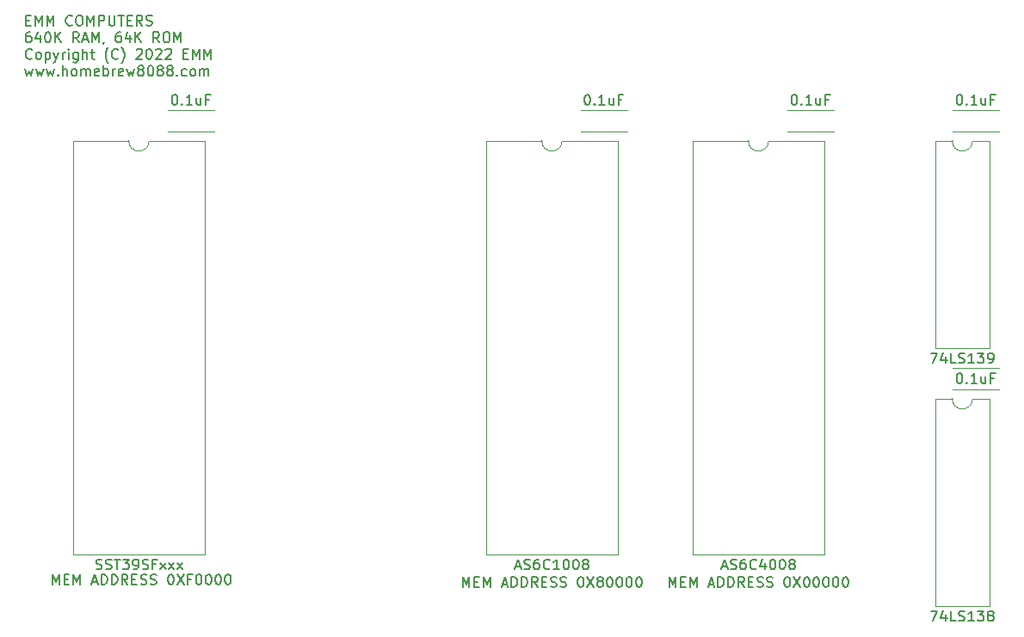
<source format=gbr>
G04 #@! TF.GenerationSoftware,KiCad,Pcbnew,(5.1.8)-1*
G04 #@! TF.CreationDate,2022-10-19T08:29:44-06:00*
G04 #@! TF.ProjectId,64k 640k,36346b20-3634-4306-9b2e-6b696361645f,rev?*
G04 #@! TF.SameCoordinates,Original*
G04 #@! TF.FileFunction,Legend,Top*
G04 #@! TF.FilePolarity,Positive*
%FSLAX46Y46*%
G04 Gerber Fmt 4.6, Leading zero omitted, Abs format (unit mm)*
G04 Created by KiCad (PCBNEW (5.1.8)-1) date 2022-10-19 08:29:44*
%MOMM*%
%LPD*%
G01*
G04 APERTURE LIST*
%ADD10C,0.150000*%
%ADD11C,0.120000*%
G04 APERTURE END LIST*
D10*
X126334665Y-116504980D02*
X126334665Y-115504980D01*
X126667999Y-116219266D01*
X127001332Y-115504980D01*
X127001332Y-116504980D01*
X127477522Y-115981171D02*
X127810856Y-115981171D01*
X127953713Y-116504980D02*
X127477522Y-116504980D01*
X127477522Y-115504980D01*
X127953713Y-115504980D01*
X128382284Y-116504980D02*
X128382284Y-115504980D01*
X128715618Y-116219266D01*
X129048951Y-115504980D01*
X129048951Y-116504980D01*
X130239427Y-116219266D02*
X130715618Y-116219266D01*
X130144189Y-116504980D02*
X130477522Y-115504980D01*
X130810856Y-116504980D01*
X131144189Y-116504980D02*
X131144189Y-115504980D01*
X131382284Y-115504980D01*
X131525141Y-115552600D01*
X131620380Y-115647838D01*
X131667999Y-115743076D01*
X131715618Y-115933552D01*
X131715618Y-116076409D01*
X131667999Y-116266885D01*
X131620380Y-116362123D01*
X131525141Y-116457361D01*
X131382284Y-116504980D01*
X131144189Y-116504980D01*
X132144189Y-116504980D02*
X132144189Y-115504980D01*
X132382284Y-115504980D01*
X132525141Y-115552600D01*
X132620380Y-115647838D01*
X132667999Y-115743076D01*
X132715618Y-115933552D01*
X132715618Y-116076409D01*
X132667999Y-116266885D01*
X132620380Y-116362123D01*
X132525141Y-116457361D01*
X132382284Y-116504980D01*
X132144189Y-116504980D01*
X133715618Y-116504980D02*
X133382284Y-116028790D01*
X133144189Y-116504980D02*
X133144189Y-115504980D01*
X133525141Y-115504980D01*
X133620380Y-115552600D01*
X133667999Y-115600219D01*
X133715618Y-115695457D01*
X133715618Y-115838314D01*
X133667999Y-115933552D01*
X133620380Y-115981171D01*
X133525141Y-116028790D01*
X133144189Y-116028790D01*
X134144189Y-115981171D02*
X134477522Y-115981171D01*
X134620380Y-116504980D02*
X134144189Y-116504980D01*
X134144189Y-115504980D01*
X134620380Y-115504980D01*
X135001332Y-116457361D02*
X135144189Y-116504980D01*
X135382284Y-116504980D01*
X135477522Y-116457361D01*
X135525141Y-116409742D01*
X135572760Y-116314504D01*
X135572760Y-116219266D01*
X135525141Y-116124028D01*
X135477522Y-116076409D01*
X135382284Y-116028790D01*
X135191808Y-115981171D01*
X135096570Y-115933552D01*
X135048951Y-115885933D01*
X135001332Y-115790695D01*
X135001332Y-115695457D01*
X135048951Y-115600219D01*
X135096570Y-115552600D01*
X135191808Y-115504980D01*
X135429903Y-115504980D01*
X135572760Y-115552600D01*
X135953713Y-116457361D02*
X136096570Y-116504980D01*
X136334665Y-116504980D01*
X136429903Y-116457361D01*
X136477522Y-116409742D01*
X136525141Y-116314504D01*
X136525141Y-116219266D01*
X136477522Y-116124028D01*
X136429903Y-116076409D01*
X136334665Y-116028790D01*
X136144189Y-115981171D01*
X136048951Y-115933552D01*
X136001332Y-115885933D01*
X135953713Y-115790695D01*
X135953713Y-115695457D01*
X136001332Y-115600219D01*
X136048951Y-115552600D01*
X136144189Y-115504980D01*
X136382284Y-115504980D01*
X136525141Y-115552600D01*
X137906094Y-115504980D02*
X138001332Y-115504980D01*
X138096570Y-115552600D01*
X138144189Y-115600219D01*
X138191808Y-115695457D01*
X138239427Y-115885933D01*
X138239427Y-116124028D01*
X138191808Y-116314504D01*
X138144189Y-116409742D01*
X138096570Y-116457361D01*
X138001332Y-116504980D01*
X137906094Y-116504980D01*
X137810856Y-116457361D01*
X137763237Y-116409742D01*
X137715618Y-116314504D01*
X137667999Y-116124028D01*
X137667999Y-115885933D01*
X137715618Y-115695457D01*
X137763237Y-115600219D01*
X137810856Y-115552600D01*
X137906094Y-115504980D01*
X138572760Y-115504980D02*
X139239427Y-116504980D01*
X139239427Y-115504980D02*
X138572760Y-116504980D01*
X139763237Y-115933552D02*
X139667999Y-115885933D01*
X139620380Y-115838314D01*
X139572760Y-115743076D01*
X139572760Y-115695457D01*
X139620380Y-115600219D01*
X139667999Y-115552600D01*
X139763237Y-115504980D01*
X139953713Y-115504980D01*
X140048951Y-115552600D01*
X140096570Y-115600219D01*
X140144189Y-115695457D01*
X140144189Y-115743076D01*
X140096570Y-115838314D01*
X140048951Y-115885933D01*
X139953713Y-115933552D01*
X139763237Y-115933552D01*
X139667999Y-115981171D01*
X139620380Y-116028790D01*
X139572760Y-116124028D01*
X139572760Y-116314504D01*
X139620380Y-116409742D01*
X139667999Y-116457361D01*
X139763237Y-116504980D01*
X139953713Y-116504980D01*
X140048951Y-116457361D01*
X140096570Y-116409742D01*
X140144189Y-116314504D01*
X140144189Y-116124028D01*
X140096570Y-116028790D01*
X140048951Y-115981171D01*
X139953713Y-115933552D01*
X140763237Y-115504980D02*
X140858475Y-115504980D01*
X140953713Y-115552600D01*
X141001332Y-115600219D01*
X141048951Y-115695457D01*
X141096570Y-115885933D01*
X141096570Y-116124028D01*
X141048951Y-116314504D01*
X141001332Y-116409742D01*
X140953713Y-116457361D01*
X140858475Y-116504980D01*
X140763237Y-116504980D01*
X140667999Y-116457361D01*
X140620380Y-116409742D01*
X140572760Y-116314504D01*
X140525141Y-116124028D01*
X140525141Y-115885933D01*
X140572760Y-115695457D01*
X140620380Y-115600219D01*
X140667999Y-115552600D01*
X140763237Y-115504980D01*
X141715618Y-115504980D02*
X141810856Y-115504980D01*
X141906094Y-115552600D01*
X141953713Y-115600219D01*
X142001332Y-115695457D01*
X142048951Y-115885933D01*
X142048951Y-116124028D01*
X142001332Y-116314504D01*
X141953713Y-116409742D01*
X141906094Y-116457361D01*
X141810856Y-116504980D01*
X141715618Y-116504980D01*
X141620380Y-116457361D01*
X141572760Y-116409742D01*
X141525141Y-116314504D01*
X141477522Y-116124028D01*
X141477522Y-115885933D01*
X141525141Y-115695457D01*
X141572760Y-115600219D01*
X141620380Y-115552600D01*
X141715618Y-115504980D01*
X142667999Y-115504980D02*
X142763237Y-115504980D01*
X142858475Y-115552600D01*
X142906094Y-115600219D01*
X142953713Y-115695457D01*
X143001332Y-115885933D01*
X143001332Y-116124028D01*
X142953713Y-116314504D01*
X142906094Y-116409742D01*
X142858475Y-116457361D01*
X142763237Y-116504980D01*
X142667999Y-116504980D01*
X142572760Y-116457361D01*
X142525141Y-116409742D01*
X142477522Y-116314504D01*
X142429903Y-116124028D01*
X142429903Y-115885933D01*
X142477522Y-115695457D01*
X142525141Y-115600219D01*
X142572760Y-115552600D01*
X142667999Y-115504980D01*
X143620380Y-115504980D02*
X143715618Y-115504980D01*
X143810856Y-115552600D01*
X143858475Y-115600219D01*
X143906094Y-115695457D01*
X143953713Y-115885933D01*
X143953713Y-116124028D01*
X143906094Y-116314504D01*
X143858475Y-116409742D01*
X143810856Y-116457361D01*
X143715618Y-116504980D01*
X143620380Y-116504980D01*
X143525141Y-116457361D01*
X143477522Y-116409742D01*
X143429903Y-116314504D01*
X143382284Y-116124028D01*
X143382284Y-115885933D01*
X143429903Y-115695457D01*
X143477522Y-115600219D01*
X143525141Y-115552600D01*
X143620380Y-115504980D01*
X146654665Y-116504980D02*
X146654665Y-115504980D01*
X146987999Y-116219266D01*
X147321332Y-115504980D01*
X147321332Y-116504980D01*
X147797522Y-115981171D02*
X148130856Y-115981171D01*
X148273713Y-116504980D02*
X147797522Y-116504980D01*
X147797522Y-115504980D01*
X148273713Y-115504980D01*
X148702284Y-116504980D02*
X148702284Y-115504980D01*
X149035618Y-116219266D01*
X149368951Y-115504980D01*
X149368951Y-116504980D01*
X150559427Y-116219266D02*
X151035618Y-116219266D01*
X150464189Y-116504980D02*
X150797522Y-115504980D01*
X151130856Y-116504980D01*
X151464189Y-116504980D02*
X151464189Y-115504980D01*
X151702284Y-115504980D01*
X151845141Y-115552600D01*
X151940380Y-115647838D01*
X151987999Y-115743076D01*
X152035618Y-115933552D01*
X152035618Y-116076409D01*
X151987999Y-116266885D01*
X151940380Y-116362123D01*
X151845141Y-116457361D01*
X151702284Y-116504980D01*
X151464189Y-116504980D01*
X152464189Y-116504980D02*
X152464189Y-115504980D01*
X152702284Y-115504980D01*
X152845141Y-115552600D01*
X152940380Y-115647838D01*
X152987999Y-115743076D01*
X153035618Y-115933552D01*
X153035618Y-116076409D01*
X152987999Y-116266885D01*
X152940380Y-116362123D01*
X152845141Y-116457361D01*
X152702284Y-116504980D01*
X152464189Y-116504980D01*
X154035618Y-116504980D02*
X153702284Y-116028790D01*
X153464189Y-116504980D02*
X153464189Y-115504980D01*
X153845141Y-115504980D01*
X153940380Y-115552600D01*
X153987999Y-115600219D01*
X154035618Y-115695457D01*
X154035618Y-115838314D01*
X153987999Y-115933552D01*
X153940380Y-115981171D01*
X153845141Y-116028790D01*
X153464189Y-116028790D01*
X154464189Y-115981171D02*
X154797522Y-115981171D01*
X154940380Y-116504980D02*
X154464189Y-116504980D01*
X154464189Y-115504980D01*
X154940380Y-115504980D01*
X155321332Y-116457361D02*
X155464189Y-116504980D01*
X155702284Y-116504980D01*
X155797522Y-116457361D01*
X155845141Y-116409742D01*
X155892760Y-116314504D01*
X155892760Y-116219266D01*
X155845141Y-116124028D01*
X155797522Y-116076409D01*
X155702284Y-116028790D01*
X155511808Y-115981171D01*
X155416570Y-115933552D01*
X155368951Y-115885933D01*
X155321332Y-115790695D01*
X155321332Y-115695457D01*
X155368951Y-115600219D01*
X155416570Y-115552600D01*
X155511808Y-115504980D01*
X155749903Y-115504980D01*
X155892760Y-115552600D01*
X156273713Y-116457361D02*
X156416570Y-116504980D01*
X156654665Y-116504980D01*
X156749903Y-116457361D01*
X156797522Y-116409742D01*
X156845141Y-116314504D01*
X156845141Y-116219266D01*
X156797522Y-116124028D01*
X156749903Y-116076409D01*
X156654665Y-116028790D01*
X156464189Y-115981171D01*
X156368951Y-115933552D01*
X156321332Y-115885933D01*
X156273713Y-115790695D01*
X156273713Y-115695457D01*
X156321332Y-115600219D01*
X156368951Y-115552600D01*
X156464189Y-115504980D01*
X156702284Y-115504980D01*
X156845141Y-115552600D01*
X158226094Y-115504980D02*
X158321332Y-115504980D01*
X158416570Y-115552600D01*
X158464189Y-115600219D01*
X158511808Y-115695457D01*
X158559427Y-115885933D01*
X158559427Y-116124028D01*
X158511808Y-116314504D01*
X158464189Y-116409742D01*
X158416570Y-116457361D01*
X158321332Y-116504980D01*
X158226094Y-116504980D01*
X158130856Y-116457361D01*
X158083237Y-116409742D01*
X158035618Y-116314504D01*
X157987999Y-116124028D01*
X157987999Y-115885933D01*
X158035618Y-115695457D01*
X158083237Y-115600219D01*
X158130856Y-115552600D01*
X158226094Y-115504980D01*
X158892760Y-115504980D02*
X159559427Y-116504980D01*
X159559427Y-115504980D02*
X158892760Y-116504980D01*
X160130856Y-115504980D02*
X160226094Y-115504980D01*
X160321332Y-115552600D01*
X160368951Y-115600219D01*
X160416570Y-115695457D01*
X160464189Y-115885933D01*
X160464189Y-116124028D01*
X160416570Y-116314504D01*
X160368951Y-116409742D01*
X160321332Y-116457361D01*
X160226094Y-116504980D01*
X160130856Y-116504980D01*
X160035618Y-116457361D01*
X159987999Y-116409742D01*
X159940380Y-116314504D01*
X159892760Y-116124028D01*
X159892760Y-115885933D01*
X159940380Y-115695457D01*
X159987999Y-115600219D01*
X160035618Y-115552600D01*
X160130856Y-115504980D01*
X161083237Y-115504980D02*
X161178475Y-115504980D01*
X161273713Y-115552600D01*
X161321332Y-115600219D01*
X161368951Y-115695457D01*
X161416570Y-115885933D01*
X161416570Y-116124028D01*
X161368951Y-116314504D01*
X161321332Y-116409742D01*
X161273713Y-116457361D01*
X161178475Y-116504980D01*
X161083237Y-116504980D01*
X160987999Y-116457361D01*
X160940380Y-116409742D01*
X160892760Y-116314504D01*
X160845141Y-116124028D01*
X160845141Y-115885933D01*
X160892760Y-115695457D01*
X160940380Y-115600219D01*
X160987999Y-115552600D01*
X161083237Y-115504980D01*
X162035618Y-115504980D02*
X162130856Y-115504980D01*
X162226094Y-115552600D01*
X162273713Y-115600219D01*
X162321332Y-115695457D01*
X162368951Y-115885933D01*
X162368951Y-116124028D01*
X162321332Y-116314504D01*
X162273713Y-116409742D01*
X162226094Y-116457361D01*
X162130856Y-116504980D01*
X162035618Y-116504980D01*
X161940380Y-116457361D01*
X161892760Y-116409742D01*
X161845141Y-116314504D01*
X161797522Y-116124028D01*
X161797522Y-115885933D01*
X161845141Y-115695457D01*
X161892760Y-115600219D01*
X161940380Y-115552600D01*
X162035618Y-115504980D01*
X162987999Y-115504980D02*
X163083237Y-115504980D01*
X163178475Y-115552600D01*
X163226094Y-115600219D01*
X163273713Y-115695457D01*
X163321332Y-115885933D01*
X163321332Y-116124028D01*
X163273713Y-116314504D01*
X163226094Y-116409742D01*
X163178475Y-116457361D01*
X163083237Y-116504980D01*
X162987999Y-116504980D01*
X162892760Y-116457361D01*
X162845141Y-116409742D01*
X162797522Y-116314504D01*
X162749903Y-116124028D01*
X162749903Y-115885933D01*
X162797522Y-115695457D01*
X162845141Y-115600219D01*
X162892760Y-115552600D01*
X162987999Y-115504980D01*
X163940380Y-115504980D02*
X164035618Y-115504980D01*
X164130856Y-115552600D01*
X164178475Y-115600219D01*
X164226094Y-115695457D01*
X164273713Y-115885933D01*
X164273713Y-116124028D01*
X164226094Y-116314504D01*
X164178475Y-116409742D01*
X164130856Y-116457361D01*
X164035618Y-116504980D01*
X163940380Y-116504980D01*
X163845141Y-116457361D01*
X163797522Y-116409742D01*
X163749903Y-116314504D01*
X163702284Y-116124028D01*
X163702284Y-115885933D01*
X163749903Y-115695457D01*
X163797522Y-115600219D01*
X163845141Y-115552600D01*
X163940380Y-115504980D01*
X85996284Y-116250980D02*
X85996284Y-115250980D01*
X86329618Y-115965266D01*
X86662951Y-115250980D01*
X86662951Y-116250980D01*
X87139141Y-115727171D02*
X87472475Y-115727171D01*
X87615332Y-116250980D02*
X87139141Y-116250980D01*
X87139141Y-115250980D01*
X87615332Y-115250980D01*
X88043903Y-116250980D02*
X88043903Y-115250980D01*
X88377237Y-115965266D01*
X88710570Y-115250980D01*
X88710570Y-116250980D01*
X89901046Y-115965266D02*
X90377237Y-115965266D01*
X89805808Y-116250980D02*
X90139141Y-115250980D01*
X90472475Y-116250980D01*
X90805808Y-116250980D02*
X90805808Y-115250980D01*
X91043903Y-115250980D01*
X91186760Y-115298600D01*
X91281999Y-115393838D01*
X91329618Y-115489076D01*
X91377237Y-115679552D01*
X91377237Y-115822409D01*
X91329618Y-116012885D01*
X91281999Y-116108123D01*
X91186760Y-116203361D01*
X91043903Y-116250980D01*
X90805808Y-116250980D01*
X91805808Y-116250980D02*
X91805808Y-115250980D01*
X92043903Y-115250980D01*
X92186760Y-115298600D01*
X92281999Y-115393838D01*
X92329618Y-115489076D01*
X92377237Y-115679552D01*
X92377237Y-115822409D01*
X92329618Y-116012885D01*
X92281999Y-116108123D01*
X92186760Y-116203361D01*
X92043903Y-116250980D01*
X91805808Y-116250980D01*
X93377237Y-116250980D02*
X93043903Y-115774790D01*
X92805808Y-116250980D02*
X92805808Y-115250980D01*
X93186760Y-115250980D01*
X93281999Y-115298600D01*
X93329618Y-115346219D01*
X93377237Y-115441457D01*
X93377237Y-115584314D01*
X93329618Y-115679552D01*
X93281999Y-115727171D01*
X93186760Y-115774790D01*
X92805808Y-115774790D01*
X93805808Y-115727171D02*
X94139141Y-115727171D01*
X94281999Y-116250980D02*
X93805808Y-116250980D01*
X93805808Y-115250980D01*
X94281999Y-115250980D01*
X94662951Y-116203361D02*
X94805808Y-116250980D01*
X95043903Y-116250980D01*
X95139141Y-116203361D01*
X95186760Y-116155742D01*
X95234380Y-116060504D01*
X95234380Y-115965266D01*
X95186760Y-115870028D01*
X95139141Y-115822409D01*
X95043903Y-115774790D01*
X94853427Y-115727171D01*
X94758189Y-115679552D01*
X94710570Y-115631933D01*
X94662951Y-115536695D01*
X94662951Y-115441457D01*
X94710570Y-115346219D01*
X94758189Y-115298600D01*
X94853427Y-115250980D01*
X95091522Y-115250980D01*
X95234380Y-115298600D01*
X95615332Y-116203361D02*
X95758189Y-116250980D01*
X95996284Y-116250980D01*
X96091522Y-116203361D01*
X96139141Y-116155742D01*
X96186760Y-116060504D01*
X96186760Y-115965266D01*
X96139141Y-115870028D01*
X96091522Y-115822409D01*
X95996284Y-115774790D01*
X95805808Y-115727171D01*
X95710570Y-115679552D01*
X95662951Y-115631933D01*
X95615332Y-115536695D01*
X95615332Y-115441457D01*
X95662951Y-115346219D01*
X95710570Y-115298600D01*
X95805808Y-115250980D01*
X96043903Y-115250980D01*
X96186760Y-115298600D01*
X97567713Y-115250980D02*
X97662951Y-115250980D01*
X97758189Y-115298600D01*
X97805808Y-115346219D01*
X97853427Y-115441457D01*
X97901046Y-115631933D01*
X97901046Y-115870028D01*
X97853427Y-116060504D01*
X97805808Y-116155742D01*
X97758189Y-116203361D01*
X97662951Y-116250980D01*
X97567713Y-116250980D01*
X97472475Y-116203361D01*
X97424856Y-116155742D01*
X97377237Y-116060504D01*
X97329618Y-115870028D01*
X97329618Y-115631933D01*
X97377237Y-115441457D01*
X97424856Y-115346219D01*
X97472475Y-115298600D01*
X97567713Y-115250980D01*
X98234380Y-115250980D02*
X98901046Y-116250980D01*
X98901046Y-115250980D02*
X98234380Y-116250980D01*
X99615332Y-115727171D02*
X99281999Y-115727171D01*
X99281999Y-116250980D02*
X99281999Y-115250980D01*
X99758189Y-115250980D01*
X100329618Y-115250980D02*
X100424856Y-115250980D01*
X100520094Y-115298600D01*
X100567713Y-115346219D01*
X100615332Y-115441457D01*
X100662951Y-115631933D01*
X100662951Y-115870028D01*
X100615332Y-116060504D01*
X100567713Y-116155742D01*
X100520094Y-116203361D01*
X100424856Y-116250980D01*
X100329618Y-116250980D01*
X100234380Y-116203361D01*
X100186760Y-116155742D01*
X100139141Y-116060504D01*
X100091522Y-115870028D01*
X100091522Y-115631933D01*
X100139141Y-115441457D01*
X100186760Y-115346219D01*
X100234380Y-115298600D01*
X100329618Y-115250980D01*
X101281999Y-115250980D02*
X101377237Y-115250980D01*
X101472475Y-115298600D01*
X101520094Y-115346219D01*
X101567713Y-115441457D01*
X101615332Y-115631933D01*
X101615332Y-115870028D01*
X101567713Y-116060504D01*
X101520094Y-116155742D01*
X101472475Y-116203361D01*
X101377237Y-116250980D01*
X101281999Y-116250980D01*
X101186760Y-116203361D01*
X101139141Y-116155742D01*
X101091522Y-116060504D01*
X101043903Y-115870028D01*
X101043903Y-115631933D01*
X101091522Y-115441457D01*
X101139141Y-115346219D01*
X101186760Y-115298600D01*
X101281999Y-115250980D01*
X102234380Y-115250980D02*
X102329618Y-115250980D01*
X102424856Y-115298600D01*
X102472475Y-115346219D01*
X102520094Y-115441457D01*
X102567713Y-115631933D01*
X102567713Y-115870028D01*
X102520094Y-116060504D01*
X102472475Y-116155742D01*
X102424856Y-116203361D01*
X102329618Y-116250980D01*
X102234380Y-116250980D01*
X102139141Y-116203361D01*
X102091522Y-116155742D01*
X102043903Y-116060504D01*
X101996284Y-115870028D01*
X101996284Y-115631933D01*
X102043903Y-115441457D01*
X102091522Y-115346219D01*
X102139141Y-115298600D01*
X102234380Y-115250980D01*
X103186760Y-115250980D02*
X103281999Y-115250980D01*
X103377237Y-115298600D01*
X103424856Y-115346219D01*
X103472475Y-115441457D01*
X103520094Y-115631933D01*
X103520094Y-115870028D01*
X103472475Y-116060504D01*
X103424856Y-116155742D01*
X103377237Y-116203361D01*
X103281999Y-116250980D01*
X103186760Y-116250980D01*
X103091522Y-116203361D01*
X103043903Y-116155742D01*
X102996284Y-116060504D01*
X102948665Y-115870028D01*
X102948665Y-115631933D01*
X102996284Y-115441457D01*
X103043903Y-115346219D01*
X103091522Y-115298600D01*
X103186760Y-115250980D01*
X83385975Y-60674171D02*
X83719308Y-60674171D01*
X83862165Y-61197980D02*
X83385975Y-61197980D01*
X83385975Y-60197980D01*
X83862165Y-60197980D01*
X84290737Y-61197980D02*
X84290737Y-60197980D01*
X84624070Y-60912266D01*
X84957403Y-60197980D01*
X84957403Y-61197980D01*
X85433594Y-61197980D02*
X85433594Y-60197980D01*
X85766927Y-60912266D01*
X86100260Y-60197980D01*
X86100260Y-61197980D01*
X87909784Y-61102742D02*
X87862165Y-61150361D01*
X87719308Y-61197980D01*
X87624070Y-61197980D01*
X87481213Y-61150361D01*
X87385975Y-61055123D01*
X87338356Y-60959885D01*
X87290737Y-60769409D01*
X87290737Y-60626552D01*
X87338356Y-60436076D01*
X87385975Y-60340838D01*
X87481213Y-60245600D01*
X87624070Y-60197980D01*
X87719308Y-60197980D01*
X87862165Y-60245600D01*
X87909784Y-60293219D01*
X88528832Y-60197980D02*
X88719308Y-60197980D01*
X88814546Y-60245600D01*
X88909784Y-60340838D01*
X88957403Y-60531314D01*
X88957403Y-60864647D01*
X88909784Y-61055123D01*
X88814546Y-61150361D01*
X88719308Y-61197980D01*
X88528832Y-61197980D01*
X88433594Y-61150361D01*
X88338356Y-61055123D01*
X88290737Y-60864647D01*
X88290737Y-60531314D01*
X88338356Y-60340838D01*
X88433594Y-60245600D01*
X88528832Y-60197980D01*
X89385975Y-61197980D02*
X89385975Y-60197980D01*
X89719308Y-60912266D01*
X90052641Y-60197980D01*
X90052641Y-61197980D01*
X90528832Y-61197980D02*
X90528832Y-60197980D01*
X90909784Y-60197980D01*
X91005022Y-60245600D01*
X91052641Y-60293219D01*
X91100260Y-60388457D01*
X91100260Y-60531314D01*
X91052641Y-60626552D01*
X91005022Y-60674171D01*
X90909784Y-60721790D01*
X90528832Y-60721790D01*
X91528832Y-60197980D02*
X91528832Y-61007504D01*
X91576451Y-61102742D01*
X91624070Y-61150361D01*
X91719308Y-61197980D01*
X91909784Y-61197980D01*
X92005022Y-61150361D01*
X92052641Y-61102742D01*
X92100260Y-61007504D01*
X92100260Y-60197980D01*
X92433594Y-60197980D02*
X93005022Y-60197980D01*
X92719308Y-61197980D02*
X92719308Y-60197980D01*
X93338356Y-60674171D02*
X93671689Y-60674171D01*
X93814546Y-61197980D02*
X93338356Y-61197980D01*
X93338356Y-60197980D01*
X93814546Y-60197980D01*
X94814546Y-61197980D02*
X94481213Y-60721790D01*
X94243118Y-61197980D02*
X94243118Y-60197980D01*
X94624070Y-60197980D01*
X94719308Y-60245600D01*
X94766927Y-60293219D01*
X94814546Y-60388457D01*
X94814546Y-60531314D01*
X94766927Y-60626552D01*
X94719308Y-60674171D01*
X94624070Y-60721790D01*
X94243118Y-60721790D01*
X95195499Y-61150361D02*
X95338356Y-61197980D01*
X95576451Y-61197980D01*
X95671689Y-61150361D01*
X95719308Y-61102742D01*
X95766927Y-61007504D01*
X95766927Y-60912266D01*
X95719308Y-60817028D01*
X95671689Y-60769409D01*
X95576451Y-60721790D01*
X95385975Y-60674171D01*
X95290737Y-60626552D01*
X95243118Y-60578933D01*
X95195499Y-60483695D01*
X95195499Y-60388457D01*
X95243118Y-60293219D01*
X95290737Y-60245600D01*
X95385975Y-60197980D01*
X95624070Y-60197980D01*
X95766927Y-60245600D01*
X83814546Y-61847980D02*
X83624070Y-61847980D01*
X83528832Y-61895600D01*
X83481213Y-61943219D01*
X83385975Y-62086076D01*
X83338356Y-62276552D01*
X83338356Y-62657504D01*
X83385975Y-62752742D01*
X83433594Y-62800361D01*
X83528832Y-62847980D01*
X83719308Y-62847980D01*
X83814546Y-62800361D01*
X83862165Y-62752742D01*
X83909784Y-62657504D01*
X83909784Y-62419409D01*
X83862165Y-62324171D01*
X83814546Y-62276552D01*
X83719308Y-62228933D01*
X83528832Y-62228933D01*
X83433594Y-62276552D01*
X83385975Y-62324171D01*
X83338356Y-62419409D01*
X84766927Y-62181314D02*
X84766927Y-62847980D01*
X84528832Y-61800361D02*
X84290737Y-62514647D01*
X84909784Y-62514647D01*
X85481213Y-61847980D02*
X85576451Y-61847980D01*
X85671689Y-61895600D01*
X85719308Y-61943219D01*
X85766927Y-62038457D01*
X85814546Y-62228933D01*
X85814546Y-62467028D01*
X85766927Y-62657504D01*
X85719308Y-62752742D01*
X85671689Y-62800361D01*
X85576451Y-62847980D01*
X85481213Y-62847980D01*
X85385975Y-62800361D01*
X85338356Y-62752742D01*
X85290737Y-62657504D01*
X85243118Y-62467028D01*
X85243118Y-62228933D01*
X85290737Y-62038457D01*
X85338356Y-61943219D01*
X85385975Y-61895600D01*
X85481213Y-61847980D01*
X86243118Y-62847980D02*
X86243118Y-61847980D01*
X86814546Y-62847980D02*
X86385975Y-62276552D01*
X86814546Y-61847980D02*
X86243118Y-62419409D01*
X88576451Y-62847980D02*
X88243118Y-62371790D01*
X88005022Y-62847980D02*
X88005022Y-61847980D01*
X88385975Y-61847980D01*
X88481213Y-61895600D01*
X88528832Y-61943219D01*
X88576451Y-62038457D01*
X88576451Y-62181314D01*
X88528832Y-62276552D01*
X88481213Y-62324171D01*
X88385975Y-62371790D01*
X88005022Y-62371790D01*
X88957403Y-62562266D02*
X89433594Y-62562266D01*
X88862165Y-62847980D02*
X89195499Y-61847980D01*
X89528832Y-62847980D01*
X89862165Y-62847980D02*
X89862165Y-61847980D01*
X90195499Y-62562266D01*
X90528832Y-61847980D01*
X90528832Y-62847980D01*
X91052641Y-62800361D02*
X91052641Y-62847980D01*
X91005022Y-62943219D01*
X90957403Y-62990838D01*
X92671689Y-61847980D02*
X92481213Y-61847980D01*
X92385975Y-61895600D01*
X92338356Y-61943219D01*
X92243118Y-62086076D01*
X92195499Y-62276552D01*
X92195499Y-62657504D01*
X92243118Y-62752742D01*
X92290737Y-62800361D01*
X92385975Y-62847980D01*
X92576451Y-62847980D01*
X92671689Y-62800361D01*
X92719308Y-62752742D01*
X92766927Y-62657504D01*
X92766927Y-62419409D01*
X92719308Y-62324171D01*
X92671689Y-62276552D01*
X92576451Y-62228933D01*
X92385975Y-62228933D01*
X92290737Y-62276552D01*
X92243118Y-62324171D01*
X92195499Y-62419409D01*
X93624070Y-62181314D02*
X93624070Y-62847980D01*
X93385975Y-61800361D02*
X93147880Y-62514647D01*
X93766927Y-62514647D01*
X94147880Y-62847980D02*
X94147880Y-61847980D01*
X94719308Y-62847980D02*
X94290737Y-62276552D01*
X94719308Y-61847980D02*
X94147880Y-62419409D01*
X96481213Y-62847980D02*
X96147880Y-62371790D01*
X95909784Y-62847980D02*
X95909784Y-61847980D01*
X96290737Y-61847980D01*
X96385975Y-61895600D01*
X96433594Y-61943219D01*
X96481213Y-62038457D01*
X96481213Y-62181314D01*
X96433594Y-62276552D01*
X96385975Y-62324171D01*
X96290737Y-62371790D01*
X95909784Y-62371790D01*
X97100260Y-61847980D02*
X97290737Y-61847980D01*
X97385975Y-61895600D01*
X97481213Y-61990838D01*
X97528832Y-62181314D01*
X97528832Y-62514647D01*
X97481213Y-62705123D01*
X97385975Y-62800361D01*
X97290737Y-62847980D01*
X97100260Y-62847980D01*
X97005022Y-62800361D01*
X96909784Y-62705123D01*
X96862165Y-62514647D01*
X96862165Y-62181314D01*
X96909784Y-61990838D01*
X97005022Y-61895600D01*
X97100260Y-61847980D01*
X97957403Y-62847980D02*
X97957403Y-61847980D01*
X98290737Y-62562266D01*
X98624070Y-61847980D01*
X98624070Y-62847980D01*
X83957403Y-64402742D02*
X83909784Y-64450361D01*
X83766927Y-64497980D01*
X83671689Y-64497980D01*
X83528832Y-64450361D01*
X83433594Y-64355123D01*
X83385975Y-64259885D01*
X83338356Y-64069409D01*
X83338356Y-63926552D01*
X83385975Y-63736076D01*
X83433594Y-63640838D01*
X83528832Y-63545600D01*
X83671689Y-63497980D01*
X83766927Y-63497980D01*
X83909784Y-63545600D01*
X83957403Y-63593219D01*
X84528832Y-64497980D02*
X84433594Y-64450361D01*
X84385975Y-64402742D01*
X84338356Y-64307504D01*
X84338356Y-64021790D01*
X84385975Y-63926552D01*
X84433594Y-63878933D01*
X84528832Y-63831314D01*
X84671689Y-63831314D01*
X84766927Y-63878933D01*
X84814546Y-63926552D01*
X84862165Y-64021790D01*
X84862165Y-64307504D01*
X84814546Y-64402742D01*
X84766927Y-64450361D01*
X84671689Y-64497980D01*
X84528832Y-64497980D01*
X85290737Y-63831314D02*
X85290737Y-64831314D01*
X85290737Y-63878933D02*
X85385975Y-63831314D01*
X85576451Y-63831314D01*
X85671689Y-63878933D01*
X85719308Y-63926552D01*
X85766927Y-64021790D01*
X85766927Y-64307504D01*
X85719308Y-64402742D01*
X85671689Y-64450361D01*
X85576451Y-64497980D01*
X85385975Y-64497980D01*
X85290737Y-64450361D01*
X86100260Y-63831314D02*
X86338356Y-64497980D01*
X86576451Y-63831314D02*
X86338356Y-64497980D01*
X86243118Y-64736076D01*
X86195499Y-64783695D01*
X86100260Y-64831314D01*
X86957403Y-64497980D02*
X86957403Y-63831314D01*
X86957403Y-64021790D02*
X87005022Y-63926552D01*
X87052641Y-63878933D01*
X87147880Y-63831314D01*
X87243118Y-63831314D01*
X87576451Y-64497980D02*
X87576451Y-63831314D01*
X87576451Y-63497980D02*
X87528832Y-63545600D01*
X87576451Y-63593219D01*
X87624070Y-63545600D01*
X87576451Y-63497980D01*
X87576451Y-63593219D01*
X88481213Y-63831314D02*
X88481213Y-64640838D01*
X88433594Y-64736076D01*
X88385975Y-64783695D01*
X88290737Y-64831314D01*
X88147880Y-64831314D01*
X88052641Y-64783695D01*
X88481213Y-64450361D02*
X88385975Y-64497980D01*
X88195499Y-64497980D01*
X88100260Y-64450361D01*
X88052641Y-64402742D01*
X88005022Y-64307504D01*
X88005022Y-64021790D01*
X88052641Y-63926552D01*
X88100260Y-63878933D01*
X88195499Y-63831314D01*
X88385975Y-63831314D01*
X88481213Y-63878933D01*
X88957403Y-64497980D02*
X88957403Y-63497980D01*
X89385975Y-64497980D02*
X89385975Y-63974171D01*
X89338356Y-63878933D01*
X89243118Y-63831314D01*
X89100260Y-63831314D01*
X89005022Y-63878933D01*
X88957403Y-63926552D01*
X89719308Y-63831314D02*
X90100260Y-63831314D01*
X89862165Y-63497980D02*
X89862165Y-64355123D01*
X89909784Y-64450361D01*
X90005022Y-64497980D01*
X90100260Y-64497980D01*
X91481213Y-64878933D02*
X91433594Y-64831314D01*
X91338356Y-64688457D01*
X91290737Y-64593219D01*
X91243118Y-64450361D01*
X91195499Y-64212266D01*
X91195499Y-64021790D01*
X91243118Y-63783695D01*
X91290737Y-63640838D01*
X91338356Y-63545600D01*
X91433594Y-63402742D01*
X91481213Y-63355123D01*
X92433594Y-64402742D02*
X92385975Y-64450361D01*
X92243118Y-64497980D01*
X92147880Y-64497980D01*
X92005022Y-64450361D01*
X91909784Y-64355123D01*
X91862165Y-64259885D01*
X91814546Y-64069409D01*
X91814546Y-63926552D01*
X91862165Y-63736076D01*
X91909784Y-63640838D01*
X92005022Y-63545600D01*
X92147880Y-63497980D01*
X92243118Y-63497980D01*
X92385975Y-63545600D01*
X92433594Y-63593219D01*
X92766927Y-64878933D02*
X92814546Y-64831314D01*
X92909784Y-64688457D01*
X92957403Y-64593219D01*
X93005022Y-64450361D01*
X93052641Y-64212266D01*
X93052641Y-64021790D01*
X93005022Y-63783695D01*
X92957403Y-63640838D01*
X92909784Y-63545600D01*
X92814546Y-63402742D01*
X92766927Y-63355123D01*
X94243118Y-63593219D02*
X94290737Y-63545600D01*
X94385975Y-63497980D01*
X94624070Y-63497980D01*
X94719308Y-63545600D01*
X94766927Y-63593219D01*
X94814546Y-63688457D01*
X94814546Y-63783695D01*
X94766927Y-63926552D01*
X94195499Y-64497980D01*
X94814546Y-64497980D01*
X95433594Y-63497980D02*
X95528832Y-63497980D01*
X95624070Y-63545600D01*
X95671689Y-63593219D01*
X95719308Y-63688457D01*
X95766927Y-63878933D01*
X95766927Y-64117028D01*
X95719308Y-64307504D01*
X95671689Y-64402742D01*
X95624070Y-64450361D01*
X95528832Y-64497980D01*
X95433594Y-64497980D01*
X95338356Y-64450361D01*
X95290737Y-64402742D01*
X95243118Y-64307504D01*
X95195499Y-64117028D01*
X95195499Y-63878933D01*
X95243118Y-63688457D01*
X95290737Y-63593219D01*
X95338356Y-63545600D01*
X95433594Y-63497980D01*
X96147880Y-63593219D02*
X96195499Y-63545600D01*
X96290737Y-63497980D01*
X96528832Y-63497980D01*
X96624070Y-63545600D01*
X96671689Y-63593219D01*
X96719308Y-63688457D01*
X96719308Y-63783695D01*
X96671689Y-63926552D01*
X96100260Y-64497980D01*
X96719308Y-64497980D01*
X97100260Y-63593219D02*
X97147880Y-63545600D01*
X97243118Y-63497980D01*
X97481213Y-63497980D01*
X97576451Y-63545600D01*
X97624070Y-63593219D01*
X97671689Y-63688457D01*
X97671689Y-63783695D01*
X97624070Y-63926552D01*
X97052641Y-64497980D01*
X97671689Y-64497980D01*
X98862165Y-63974171D02*
X99195499Y-63974171D01*
X99338356Y-64497980D02*
X98862165Y-64497980D01*
X98862165Y-63497980D01*
X99338356Y-63497980D01*
X99766927Y-64497980D02*
X99766927Y-63497980D01*
X100100260Y-64212266D01*
X100433594Y-63497980D01*
X100433594Y-64497980D01*
X100909784Y-64497980D02*
X100909784Y-63497980D01*
X101243118Y-64212266D01*
X101576451Y-63497980D01*
X101576451Y-64497980D01*
X83290737Y-65481314D02*
X83481213Y-66147980D01*
X83671689Y-65671790D01*
X83862165Y-66147980D01*
X84052641Y-65481314D01*
X84338356Y-65481314D02*
X84528832Y-66147980D01*
X84719308Y-65671790D01*
X84909784Y-66147980D01*
X85100260Y-65481314D01*
X85385975Y-65481314D02*
X85576451Y-66147980D01*
X85766927Y-65671790D01*
X85957403Y-66147980D01*
X86147880Y-65481314D01*
X86528832Y-66052742D02*
X86576451Y-66100361D01*
X86528832Y-66147980D01*
X86481213Y-66100361D01*
X86528832Y-66052742D01*
X86528832Y-66147980D01*
X87005022Y-66147980D02*
X87005022Y-65147980D01*
X87433594Y-66147980D02*
X87433594Y-65624171D01*
X87385975Y-65528933D01*
X87290737Y-65481314D01*
X87147880Y-65481314D01*
X87052641Y-65528933D01*
X87005022Y-65576552D01*
X88052641Y-66147980D02*
X87957403Y-66100361D01*
X87909784Y-66052742D01*
X87862165Y-65957504D01*
X87862165Y-65671790D01*
X87909784Y-65576552D01*
X87957403Y-65528933D01*
X88052641Y-65481314D01*
X88195499Y-65481314D01*
X88290737Y-65528933D01*
X88338356Y-65576552D01*
X88385975Y-65671790D01*
X88385975Y-65957504D01*
X88338356Y-66052742D01*
X88290737Y-66100361D01*
X88195499Y-66147980D01*
X88052641Y-66147980D01*
X88814546Y-66147980D02*
X88814546Y-65481314D01*
X88814546Y-65576552D02*
X88862165Y-65528933D01*
X88957403Y-65481314D01*
X89100260Y-65481314D01*
X89195499Y-65528933D01*
X89243118Y-65624171D01*
X89243118Y-66147980D01*
X89243118Y-65624171D02*
X89290737Y-65528933D01*
X89385975Y-65481314D01*
X89528832Y-65481314D01*
X89624070Y-65528933D01*
X89671689Y-65624171D01*
X89671689Y-66147980D01*
X90528832Y-66100361D02*
X90433594Y-66147980D01*
X90243118Y-66147980D01*
X90147880Y-66100361D01*
X90100260Y-66005123D01*
X90100260Y-65624171D01*
X90147880Y-65528933D01*
X90243118Y-65481314D01*
X90433594Y-65481314D01*
X90528832Y-65528933D01*
X90576451Y-65624171D01*
X90576451Y-65719409D01*
X90100260Y-65814647D01*
X91005022Y-66147980D02*
X91005022Y-65147980D01*
X91005022Y-65528933D02*
X91100260Y-65481314D01*
X91290737Y-65481314D01*
X91385975Y-65528933D01*
X91433594Y-65576552D01*
X91481213Y-65671790D01*
X91481213Y-65957504D01*
X91433594Y-66052742D01*
X91385975Y-66100361D01*
X91290737Y-66147980D01*
X91100260Y-66147980D01*
X91005022Y-66100361D01*
X91909784Y-66147980D02*
X91909784Y-65481314D01*
X91909784Y-65671790D02*
X91957403Y-65576552D01*
X92005022Y-65528933D01*
X92100260Y-65481314D01*
X92195499Y-65481314D01*
X92909784Y-66100361D02*
X92814546Y-66147980D01*
X92624070Y-66147980D01*
X92528832Y-66100361D01*
X92481213Y-66005123D01*
X92481213Y-65624171D01*
X92528832Y-65528933D01*
X92624070Y-65481314D01*
X92814546Y-65481314D01*
X92909784Y-65528933D01*
X92957403Y-65624171D01*
X92957403Y-65719409D01*
X92481213Y-65814647D01*
X93290737Y-65481314D02*
X93481213Y-66147980D01*
X93671689Y-65671790D01*
X93862165Y-66147980D01*
X94052641Y-65481314D01*
X94576451Y-65576552D02*
X94481213Y-65528933D01*
X94433594Y-65481314D01*
X94385975Y-65386076D01*
X94385975Y-65338457D01*
X94433594Y-65243219D01*
X94481213Y-65195600D01*
X94576451Y-65147980D01*
X94766927Y-65147980D01*
X94862165Y-65195600D01*
X94909784Y-65243219D01*
X94957403Y-65338457D01*
X94957403Y-65386076D01*
X94909784Y-65481314D01*
X94862165Y-65528933D01*
X94766927Y-65576552D01*
X94576451Y-65576552D01*
X94481213Y-65624171D01*
X94433594Y-65671790D01*
X94385975Y-65767028D01*
X94385975Y-65957504D01*
X94433594Y-66052742D01*
X94481213Y-66100361D01*
X94576451Y-66147980D01*
X94766927Y-66147980D01*
X94862165Y-66100361D01*
X94909784Y-66052742D01*
X94957403Y-65957504D01*
X94957403Y-65767028D01*
X94909784Y-65671790D01*
X94862165Y-65624171D01*
X94766927Y-65576552D01*
X95576451Y-65147980D02*
X95671689Y-65147980D01*
X95766927Y-65195600D01*
X95814546Y-65243219D01*
X95862165Y-65338457D01*
X95909784Y-65528933D01*
X95909784Y-65767028D01*
X95862165Y-65957504D01*
X95814546Y-66052742D01*
X95766927Y-66100361D01*
X95671689Y-66147980D01*
X95576451Y-66147980D01*
X95481213Y-66100361D01*
X95433594Y-66052742D01*
X95385975Y-65957504D01*
X95338356Y-65767028D01*
X95338356Y-65528933D01*
X95385975Y-65338457D01*
X95433594Y-65243219D01*
X95481213Y-65195600D01*
X95576451Y-65147980D01*
X96481213Y-65576552D02*
X96385975Y-65528933D01*
X96338356Y-65481314D01*
X96290737Y-65386076D01*
X96290737Y-65338457D01*
X96338356Y-65243219D01*
X96385975Y-65195600D01*
X96481213Y-65147980D01*
X96671689Y-65147980D01*
X96766927Y-65195600D01*
X96814546Y-65243219D01*
X96862165Y-65338457D01*
X96862165Y-65386076D01*
X96814546Y-65481314D01*
X96766927Y-65528933D01*
X96671689Y-65576552D01*
X96481213Y-65576552D01*
X96385975Y-65624171D01*
X96338356Y-65671790D01*
X96290737Y-65767028D01*
X96290737Y-65957504D01*
X96338356Y-66052742D01*
X96385975Y-66100361D01*
X96481213Y-66147980D01*
X96671689Y-66147980D01*
X96766927Y-66100361D01*
X96814546Y-66052742D01*
X96862165Y-65957504D01*
X96862165Y-65767028D01*
X96814546Y-65671790D01*
X96766927Y-65624171D01*
X96671689Y-65576552D01*
X97433594Y-65576552D02*
X97338356Y-65528933D01*
X97290737Y-65481314D01*
X97243118Y-65386076D01*
X97243118Y-65338457D01*
X97290737Y-65243219D01*
X97338356Y-65195600D01*
X97433594Y-65147980D01*
X97624070Y-65147980D01*
X97719308Y-65195600D01*
X97766927Y-65243219D01*
X97814546Y-65338457D01*
X97814546Y-65386076D01*
X97766927Y-65481314D01*
X97719308Y-65528933D01*
X97624070Y-65576552D01*
X97433594Y-65576552D01*
X97338356Y-65624171D01*
X97290737Y-65671790D01*
X97243118Y-65767028D01*
X97243118Y-65957504D01*
X97290737Y-66052742D01*
X97338356Y-66100361D01*
X97433594Y-66147980D01*
X97624070Y-66147980D01*
X97719308Y-66100361D01*
X97766927Y-66052742D01*
X97814546Y-65957504D01*
X97814546Y-65767028D01*
X97766927Y-65671790D01*
X97719308Y-65624171D01*
X97624070Y-65576552D01*
X98243118Y-66052742D02*
X98290737Y-66100361D01*
X98243118Y-66147980D01*
X98195499Y-66100361D01*
X98243118Y-66052742D01*
X98243118Y-66147980D01*
X99147880Y-66100361D02*
X99052641Y-66147980D01*
X98862165Y-66147980D01*
X98766927Y-66100361D01*
X98719308Y-66052742D01*
X98671689Y-65957504D01*
X98671689Y-65671790D01*
X98719308Y-65576552D01*
X98766927Y-65528933D01*
X98862165Y-65481314D01*
X99052641Y-65481314D01*
X99147880Y-65528933D01*
X99719308Y-66147980D02*
X99624070Y-66100361D01*
X99576451Y-66052742D01*
X99528832Y-65957504D01*
X99528832Y-65671790D01*
X99576451Y-65576552D01*
X99624070Y-65528933D01*
X99719308Y-65481314D01*
X99862165Y-65481314D01*
X99957403Y-65528933D01*
X100005022Y-65576552D01*
X100052641Y-65671790D01*
X100052641Y-65957504D01*
X100005022Y-66052742D01*
X99957403Y-66100361D01*
X99862165Y-66147980D01*
X99719308Y-66147980D01*
X100481213Y-66147980D02*
X100481213Y-65481314D01*
X100481213Y-65576552D02*
X100528832Y-65528933D01*
X100624070Y-65481314D01*
X100766927Y-65481314D01*
X100862165Y-65528933D01*
X100909784Y-65624171D01*
X100909784Y-66147980D01*
X100909784Y-65624171D02*
X100957403Y-65528933D01*
X101052641Y-65481314D01*
X101195499Y-65481314D01*
X101290737Y-65528933D01*
X101338356Y-65624171D01*
X101338356Y-66147980D01*
D11*
G04 #@! TO.C,U1*
X100940380Y-72558600D02*
X95480380Y-72558600D01*
X100940380Y-113318600D02*
X100940380Y-72558600D01*
X88020380Y-113318600D02*
X100940380Y-113318600D01*
X88020380Y-72558600D02*
X88020380Y-113318600D01*
X93480380Y-72558600D02*
X88020380Y-72558600D01*
X95480380Y-72558600D02*
G75*
G02*
X93480380Y-72558600I-1000000J0D01*
G01*
G04 #@! TO.C,C1*
X101870380Y-71641600D02*
X101870380Y-71656600D01*
X101870380Y-69516600D02*
X101870380Y-69531600D01*
X97330380Y-71641600D02*
X97330380Y-71656600D01*
X97330380Y-69516600D02*
X97330380Y-69531600D01*
X97330380Y-71656600D02*
X101870380Y-71656600D01*
X97330380Y-69516600D02*
X101870380Y-69516600D01*
G04 #@! TO.C,U3*
X134120380Y-72558600D02*
X128660380Y-72558600D01*
X128660380Y-72558600D02*
X128660380Y-113318600D01*
X128660380Y-113318600D02*
X141580380Y-113318600D01*
X141580380Y-113318600D02*
X141580380Y-72558600D01*
X141580380Y-72558600D02*
X136120380Y-72558600D01*
X136120380Y-72558600D02*
G75*
G02*
X134120380Y-72558600I-1000000J0D01*
G01*
G04 #@! TO.C,U4*
X154440380Y-72558600D02*
X148980380Y-72558600D01*
X148980380Y-72558600D02*
X148980380Y-113318600D01*
X148980380Y-113318600D02*
X161900380Y-113318600D01*
X161900380Y-113318600D02*
X161900380Y-72558600D01*
X161900380Y-72558600D02*
X156440380Y-72558600D01*
X156440380Y-72558600D02*
G75*
G02*
X154440380Y-72558600I-1000000J0D01*
G01*
G04 #@! TO.C,C6*
X174546380Y-94916600D02*
X179086380Y-94916600D01*
X174546380Y-97056600D02*
X179086380Y-97056600D01*
X174546380Y-94916600D02*
X174546380Y-94931600D01*
X174546380Y-97041600D02*
X174546380Y-97056600D01*
X179086380Y-94916600D02*
X179086380Y-94931600D01*
X179086380Y-97041600D02*
X179086380Y-97056600D01*
G04 #@! TO.C,C3*
X137970380Y-69516600D02*
X142510380Y-69516600D01*
X137970380Y-71656600D02*
X142510380Y-71656600D01*
X137970380Y-69516600D02*
X137970380Y-69531600D01*
X137970380Y-71641600D02*
X137970380Y-71656600D01*
X142510380Y-69516600D02*
X142510380Y-69531600D01*
X142510380Y-71641600D02*
X142510380Y-71656600D01*
G04 #@! TO.C,U6*
X178156380Y-97958600D02*
X176506380Y-97958600D01*
X178156380Y-118398600D02*
X178156380Y-97958600D01*
X172856380Y-118398600D02*
X178156380Y-118398600D01*
X172856380Y-97958600D02*
X172856380Y-118398600D01*
X174506380Y-97958600D02*
X172856380Y-97958600D01*
X176506380Y-97958600D02*
G75*
G02*
X174506380Y-97958600I-1000000J0D01*
G01*
G04 #@! TO.C,U5*
X178156380Y-72558600D02*
X176506380Y-72558600D01*
X178156380Y-92998600D02*
X178156380Y-72558600D01*
X172856380Y-92998600D02*
X178156380Y-92998600D01*
X172856380Y-72558600D02*
X172856380Y-92998600D01*
X174506380Y-72558600D02*
X172856380Y-72558600D01*
X176506380Y-72558600D02*
G75*
G02*
X174506380Y-72558600I-1000000J0D01*
G01*
G04 #@! TO.C,C5*
X179086380Y-71641600D02*
X179086380Y-71656600D01*
X179086380Y-69516600D02*
X179086380Y-69531600D01*
X174546380Y-71641600D02*
X174546380Y-71656600D01*
X174546380Y-69516600D02*
X174546380Y-69531600D01*
X174546380Y-71656600D02*
X179086380Y-71656600D01*
X174546380Y-69516600D02*
X179086380Y-69516600D01*
G04 #@! TO.C,C4*
X162830380Y-71641600D02*
X162830380Y-71656600D01*
X162830380Y-69516600D02*
X162830380Y-69531600D01*
X158290380Y-71641600D02*
X158290380Y-71656600D01*
X158290380Y-69516600D02*
X158290380Y-69531600D01*
X158290380Y-71656600D02*
X162830380Y-71656600D01*
X158290380Y-69516600D02*
X162830380Y-69516600D01*
G04 #@! TO.C,U1*
D10*
X90266094Y-114723361D02*
X90408951Y-114770980D01*
X90647046Y-114770980D01*
X90742284Y-114723361D01*
X90789903Y-114675742D01*
X90837522Y-114580504D01*
X90837522Y-114485266D01*
X90789903Y-114390028D01*
X90742284Y-114342409D01*
X90647046Y-114294790D01*
X90456570Y-114247171D01*
X90361332Y-114199552D01*
X90313713Y-114151933D01*
X90266094Y-114056695D01*
X90266094Y-113961457D01*
X90313713Y-113866219D01*
X90361332Y-113818600D01*
X90456570Y-113770980D01*
X90694665Y-113770980D01*
X90837522Y-113818600D01*
X91218475Y-114723361D02*
X91361332Y-114770980D01*
X91599427Y-114770980D01*
X91694665Y-114723361D01*
X91742284Y-114675742D01*
X91789903Y-114580504D01*
X91789903Y-114485266D01*
X91742284Y-114390028D01*
X91694665Y-114342409D01*
X91599427Y-114294790D01*
X91408951Y-114247171D01*
X91313713Y-114199552D01*
X91266094Y-114151933D01*
X91218475Y-114056695D01*
X91218475Y-113961457D01*
X91266094Y-113866219D01*
X91313713Y-113818600D01*
X91408951Y-113770980D01*
X91647046Y-113770980D01*
X91789903Y-113818600D01*
X92075618Y-113770980D02*
X92647046Y-113770980D01*
X92361332Y-114770980D02*
X92361332Y-113770980D01*
X92885141Y-113770980D02*
X93504189Y-113770980D01*
X93170856Y-114151933D01*
X93313713Y-114151933D01*
X93408951Y-114199552D01*
X93456570Y-114247171D01*
X93504189Y-114342409D01*
X93504189Y-114580504D01*
X93456570Y-114675742D01*
X93408951Y-114723361D01*
X93313713Y-114770980D01*
X93027999Y-114770980D01*
X92932760Y-114723361D01*
X92885141Y-114675742D01*
X93980380Y-114770980D02*
X94170856Y-114770980D01*
X94266094Y-114723361D01*
X94313713Y-114675742D01*
X94408951Y-114532885D01*
X94456570Y-114342409D01*
X94456570Y-113961457D01*
X94408951Y-113866219D01*
X94361332Y-113818600D01*
X94266094Y-113770980D01*
X94075618Y-113770980D01*
X93980380Y-113818600D01*
X93932760Y-113866219D01*
X93885141Y-113961457D01*
X93885141Y-114199552D01*
X93932760Y-114294790D01*
X93980380Y-114342409D01*
X94075618Y-114390028D01*
X94266094Y-114390028D01*
X94361332Y-114342409D01*
X94408951Y-114294790D01*
X94456570Y-114199552D01*
X94837522Y-114723361D02*
X94980380Y-114770980D01*
X95218475Y-114770980D01*
X95313713Y-114723361D01*
X95361332Y-114675742D01*
X95408951Y-114580504D01*
X95408951Y-114485266D01*
X95361332Y-114390028D01*
X95313713Y-114342409D01*
X95218475Y-114294790D01*
X95027999Y-114247171D01*
X94932760Y-114199552D01*
X94885141Y-114151933D01*
X94837522Y-114056695D01*
X94837522Y-113961457D01*
X94885141Y-113866219D01*
X94932760Y-113818600D01*
X95027999Y-113770980D01*
X95266094Y-113770980D01*
X95408951Y-113818600D01*
X96170856Y-114247171D02*
X95837522Y-114247171D01*
X95837522Y-114770980D02*
X95837522Y-113770980D01*
X96313713Y-113770980D01*
X96599427Y-114770980D02*
X97123237Y-114104314D01*
X96599427Y-114104314D02*
X97123237Y-114770980D01*
X97408951Y-114770980D02*
X97932760Y-114104314D01*
X97408951Y-114104314D02*
X97932760Y-114770980D01*
X98218475Y-114770980D02*
X98742284Y-114104314D01*
X98218475Y-114104314D02*
X98742284Y-114770980D01*
G04 #@! TO.C,C1*
X97957522Y-68006980D02*
X98052760Y-68006980D01*
X98147999Y-68054600D01*
X98195618Y-68102219D01*
X98243237Y-68197457D01*
X98290856Y-68387933D01*
X98290856Y-68626028D01*
X98243237Y-68816504D01*
X98195618Y-68911742D01*
X98147999Y-68959361D01*
X98052760Y-69006980D01*
X97957522Y-69006980D01*
X97862284Y-68959361D01*
X97814665Y-68911742D01*
X97767046Y-68816504D01*
X97719427Y-68626028D01*
X97719427Y-68387933D01*
X97767046Y-68197457D01*
X97814665Y-68102219D01*
X97862284Y-68054600D01*
X97957522Y-68006980D01*
X98719427Y-68911742D02*
X98767046Y-68959361D01*
X98719427Y-69006980D01*
X98671808Y-68959361D01*
X98719427Y-68911742D01*
X98719427Y-69006980D01*
X99719427Y-69006980D02*
X99147999Y-69006980D01*
X99433713Y-69006980D02*
X99433713Y-68006980D01*
X99338475Y-68149838D01*
X99243237Y-68245076D01*
X99147999Y-68292695D01*
X100576570Y-68340314D02*
X100576570Y-69006980D01*
X100147999Y-68340314D02*
X100147999Y-68864123D01*
X100195618Y-68959361D01*
X100290856Y-69006980D01*
X100433713Y-69006980D01*
X100528951Y-68959361D01*
X100576570Y-68911742D01*
X101386094Y-68483171D02*
X101052760Y-68483171D01*
X101052760Y-69006980D02*
X101052760Y-68006980D01*
X101528951Y-68006980D01*
G04 #@! TO.C,U3*
X131525141Y-114485266D02*
X132001332Y-114485266D01*
X131429903Y-114770980D02*
X131763237Y-113770980D01*
X132096570Y-114770980D01*
X132382284Y-114723361D02*
X132525141Y-114770980D01*
X132763237Y-114770980D01*
X132858475Y-114723361D01*
X132906094Y-114675742D01*
X132953713Y-114580504D01*
X132953713Y-114485266D01*
X132906094Y-114390028D01*
X132858475Y-114342409D01*
X132763237Y-114294790D01*
X132572760Y-114247171D01*
X132477522Y-114199552D01*
X132429903Y-114151933D01*
X132382284Y-114056695D01*
X132382284Y-113961457D01*
X132429903Y-113866219D01*
X132477522Y-113818600D01*
X132572760Y-113770980D01*
X132810856Y-113770980D01*
X132953713Y-113818600D01*
X133810856Y-113770980D02*
X133620380Y-113770980D01*
X133525141Y-113818600D01*
X133477522Y-113866219D01*
X133382284Y-114009076D01*
X133334665Y-114199552D01*
X133334665Y-114580504D01*
X133382284Y-114675742D01*
X133429903Y-114723361D01*
X133525141Y-114770980D01*
X133715618Y-114770980D01*
X133810856Y-114723361D01*
X133858475Y-114675742D01*
X133906094Y-114580504D01*
X133906094Y-114342409D01*
X133858475Y-114247171D01*
X133810856Y-114199552D01*
X133715618Y-114151933D01*
X133525141Y-114151933D01*
X133429903Y-114199552D01*
X133382284Y-114247171D01*
X133334665Y-114342409D01*
X134906094Y-114675742D02*
X134858475Y-114723361D01*
X134715618Y-114770980D01*
X134620380Y-114770980D01*
X134477522Y-114723361D01*
X134382284Y-114628123D01*
X134334665Y-114532885D01*
X134287046Y-114342409D01*
X134287046Y-114199552D01*
X134334665Y-114009076D01*
X134382284Y-113913838D01*
X134477522Y-113818600D01*
X134620380Y-113770980D01*
X134715618Y-113770980D01*
X134858475Y-113818600D01*
X134906094Y-113866219D01*
X135858475Y-114770980D02*
X135287046Y-114770980D01*
X135572760Y-114770980D02*
X135572760Y-113770980D01*
X135477522Y-113913838D01*
X135382284Y-114009076D01*
X135287046Y-114056695D01*
X136477522Y-113770980D02*
X136572760Y-113770980D01*
X136667999Y-113818600D01*
X136715618Y-113866219D01*
X136763237Y-113961457D01*
X136810856Y-114151933D01*
X136810856Y-114390028D01*
X136763237Y-114580504D01*
X136715618Y-114675742D01*
X136667999Y-114723361D01*
X136572760Y-114770980D01*
X136477522Y-114770980D01*
X136382284Y-114723361D01*
X136334665Y-114675742D01*
X136287046Y-114580504D01*
X136239427Y-114390028D01*
X136239427Y-114151933D01*
X136287046Y-113961457D01*
X136334665Y-113866219D01*
X136382284Y-113818600D01*
X136477522Y-113770980D01*
X137429903Y-113770980D02*
X137525141Y-113770980D01*
X137620380Y-113818600D01*
X137667999Y-113866219D01*
X137715618Y-113961457D01*
X137763237Y-114151933D01*
X137763237Y-114390028D01*
X137715618Y-114580504D01*
X137667999Y-114675742D01*
X137620380Y-114723361D01*
X137525141Y-114770980D01*
X137429903Y-114770980D01*
X137334665Y-114723361D01*
X137287046Y-114675742D01*
X137239427Y-114580504D01*
X137191808Y-114390028D01*
X137191808Y-114151933D01*
X137239427Y-113961457D01*
X137287046Y-113866219D01*
X137334665Y-113818600D01*
X137429903Y-113770980D01*
X138334665Y-114199552D02*
X138239427Y-114151933D01*
X138191808Y-114104314D01*
X138144189Y-114009076D01*
X138144189Y-113961457D01*
X138191808Y-113866219D01*
X138239427Y-113818600D01*
X138334665Y-113770980D01*
X138525141Y-113770980D01*
X138620380Y-113818600D01*
X138667999Y-113866219D01*
X138715618Y-113961457D01*
X138715618Y-114009076D01*
X138667999Y-114104314D01*
X138620380Y-114151933D01*
X138525141Y-114199552D01*
X138334665Y-114199552D01*
X138239427Y-114247171D01*
X138191808Y-114294790D01*
X138144189Y-114390028D01*
X138144189Y-114580504D01*
X138191808Y-114675742D01*
X138239427Y-114723361D01*
X138334665Y-114770980D01*
X138525141Y-114770980D01*
X138620380Y-114723361D01*
X138667999Y-114675742D01*
X138715618Y-114580504D01*
X138715618Y-114390028D01*
X138667999Y-114294790D01*
X138620380Y-114247171D01*
X138525141Y-114199552D01*
G04 #@! TO.C,U4*
X151845141Y-114485266D02*
X152321332Y-114485266D01*
X151749903Y-114770980D02*
X152083237Y-113770980D01*
X152416570Y-114770980D01*
X152702284Y-114723361D02*
X152845141Y-114770980D01*
X153083237Y-114770980D01*
X153178475Y-114723361D01*
X153226094Y-114675742D01*
X153273713Y-114580504D01*
X153273713Y-114485266D01*
X153226094Y-114390028D01*
X153178475Y-114342409D01*
X153083237Y-114294790D01*
X152892760Y-114247171D01*
X152797522Y-114199552D01*
X152749903Y-114151933D01*
X152702284Y-114056695D01*
X152702284Y-113961457D01*
X152749903Y-113866219D01*
X152797522Y-113818600D01*
X152892760Y-113770980D01*
X153130856Y-113770980D01*
X153273713Y-113818600D01*
X154130856Y-113770980D02*
X153940380Y-113770980D01*
X153845141Y-113818600D01*
X153797522Y-113866219D01*
X153702284Y-114009076D01*
X153654665Y-114199552D01*
X153654665Y-114580504D01*
X153702284Y-114675742D01*
X153749903Y-114723361D01*
X153845141Y-114770980D01*
X154035618Y-114770980D01*
X154130856Y-114723361D01*
X154178475Y-114675742D01*
X154226094Y-114580504D01*
X154226094Y-114342409D01*
X154178475Y-114247171D01*
X154130856Y-114199552D01*
X154035618Y-114151933D01*
X153845141Y-114151933D01*
X153749903Y-114199552D01*
X153702284Y-114247171D01*
X153654665Y-114342409D01*
X155226094Y-114675742D02*
X155178475Y-114723361D01*
X155035618Y-114770980D01*
X154940380Y-114770980D01*
X154797522Y-114723361D01*
X154702284Y-114628123D01*
X154654665Y-114532885D01*
X154607046Y-114342409D01*
X154607046Y-114199552D01*
X154654665Y-114009076D01*
X154702284Y-113913838D01*
X154797522Y-113818600D01*
X154940380Y-113770980D01*
X155035618Y-113770980D01*
X155178475Y-113818600D01*
X155226094Y-113866219D01*
X156083237Y-114104314D02*
X156083237Y-114770980D01*
X155845141Y-113723361D02*
X155607046Y-114437647D01*
X156226094Y-114437647D01*
X156797522Y-113770980D02*
X156892760Y-113770980D01*
X156987999Y-113818600D01*
X157035618Y-113866219D01*
X157083237Y-113961457D01*
X157130856Y-114151933D01*
X157130856Y-114390028D01*
X157083237Y-114580504D01*
X157035618Y-114675742D01*
X156987999Y-114723361D01*
X156892760Y-114770980D01*
X156797522Y-114770980D01*
X156702284Y-114723361D01*
X156654665Y-114675742D01*
X156607046Y-114580504D01*
X156559427Y-114390028D01*
X156559427Y-114151933D01*
X156607046Y-113961457D01*
X156654665Y-113866219D01*
X156702284Y-113818600D01*
X156797522Y-113770980D01*
X157749903Y-113770980D02*
X157845141Y-113770980D01*
X157940380Y-113818600D01*
X157987999Y-113866219D01*
X158035618Y-113961457D01*
X158083237Y-114151933D01*
X158083237Y-114390028D01*
X158035618Y-114580504D01*
X157987999Y-114675742D01*
X157940380Y-114723361D01*
X157845141Y-114770980D01*
X157749903Y-114770980D01*
X157654665Y-114723361D01*
X157607046Y-114675742D01*
X157559427Y-114580504D01*
X157511808Y-114390028D01*
X157511808Y-114151933D01*
X157559427Y-113961457D01*
X157607046Y-113866219D01*
X157654665Y-113818600D01*
X157749903Y-113770980D01*
X158654665Y-114199552D02*
X158559427Y-114151933D01*
X158511808Y-114104314D01*
X158464189Y-114009076D01*
X158464189Y-113961457D01*
X158511808Y-113866219D01*
X158559427Y-113818600D01*
X158654665Y-113770980D01*
X158845141Y-113770980D01*
X158940380Y-113818600D01*
X158987999Y-113866219D01*
X159035618Y-113961457D01*
X159035618Y-114009076D01*
X158987999Y-114104314D01*
X158940380Y-114151933D01*
X158845141Y-114199552D01*
X158654665Y-114199552D01*
X158559427Y-114247171D01*
X158511808Y-114294790D01*
X158464189Y-114390028D01*
X158464189Y-114580504D01*
X158511808Y-114675742D01*
X158559427Y-114723361D01*
X158654665Y-114770980D01*
X158845141Y-114770980D01*
X158940380Y-114723361D01*
X158987999Y-114675742D01*
X159035618Y-114580504D01*
X159035618Y-114390028D01*
X158987999Y-114294790D01*
X158940380Y-114247171D01*
X158845141Y-114199552D01*
G04 #@! TO.C,C6*
X175173522Y-95438980D02*
X175268760Y-95438980D01*
X175363999Y-95486600D01*
X175411618Y-95534219D01*
X175459237Y-95629457D01*
X175506856Y-95819933D01*
X175506856Y-96058028D01*
X175459237Y-96248504D01*
X175411618Y-96343742D01*
X175363999Y-96391361D01*
X175268760Y-96438980D01*
X175173522Y-96438980D01*
X175078284Y-96391361D01*
X175030665Y-96343742D01*
X174983046Y-96248504D01*
X174935427Y-96058028D01*
X174935427Y-95819933D01*
X174983046Y-95629457D01*
X175030665Y-95534219D01*
X175078284Y-95486600D01*
X175173522Y-95438980D01*
X175935427Y-96343742D02*
X175983046Y-96391361D01*
X175935427Y-96438980D01*
X175887808Y-96391361D01*
X175935427Y-96343742D01*
X175935427Y-96438980D01*
X176935427Y-96438980D02*
X176363999Y-96438980D01*
X176649713Y-96438980D02*
X176649713Y-95438980D01*
X176554475Y-95581838D01*
X176459237Y-95677076D01*
X176363999Y-95724695D01*
X177792570Y-95772314D02*
X177792570Y-96438980D01*
X177363999Y-95772314D02*
X177363999Y-96296123D01*
X177411618Y-96391361D01*
X177506856Y-96438980D01*
X177649713Y-96438980D01*
X177744951Y-96391361D01*
X177792570Y-96343742D01*
X178602094Y-95915171D02*
X178268760Y-95915171D01*
X178268760Y-96438980D02*
X178268760Y-95438980D01*
X178744951Y-95438980D01*
G04 #@! TO.C,C3*
X138557522Y-68006980D02*
X138652760Y-68006980D01*
X138747999Y-68054600D01*
X138795618Y-68102219D01*
X138843237Y-68197457D01*
X138890856Y-68387933D01*
X138890856Y-68626028D01*
X138843237Y-68816504D01*
X138795618Y-68911742D01*
X138747999Y-68959361D01*
X138652760Y-69006980D01*
X138557522Y-69006980D01*
X138462284Y-68959361D01*
X138414665Y-68911742D01*
X138367046Y-68816504D01*
X138319427Y-68626028D01*
X138319427Y-68387933D01*
X138367046Y-68197457D01*
X138414665Y-68102219D01*
X138462284Y-68054600D01*
X138557522Y-68006980D01*
X139319427Y-68911742D02*
X139367046Y-68959361D01*
X139319427Y-69006980D01*
X139271808Y-68959361D01*
X139319427Y-68911742D01*
X139319427Y-69006980D01*
X140319427Y-69006980D02*
X139747999Y-69006980D01*
X140033713Y-69006980D02*
X140033713Y-68006980D01*
X139938475Y-68149838D01*
X139843237Y-68245076D01*
X139747999Y-68292695D01*
X141176570Y-68340314D02*
X141176570Y-69006980D01*
X140747999Y-68340314D02*
X140747999Y-68864123D01*
X140795618Y-68959361D01*
X140890856Y-69006980D01*
X141033713Y-69006980D01*
X141128951Y-68959361D01*
X141176570Y-68911742D01*
X141986094Y-68483171D02*
X141652760Y-68483171D01*
X141652760Y-69006980D02*
X141652760Y-68006980D01*
X142128951Y-68006980D01*
G04 #@! TO.C,U6*
X172387332Y-118850980D02*
X173053999Y-118850980D01*
X172625427Y-119850980D01*
X173863522Y-119184314D02*
X173863522Y-119850980D01*
X173625427Y-118803361D02*
X173387332Y-119517647D01*
X174006380Y-119517647D01*
X174863522Y-119850980D02*
X174387332Y-119850980D01*
X174387332Y-118850980D01*
X175149237Y-119803361D02*
X175292094Y-119850980D01*
X175530189Y-119850980D01*
X175625427Y-119803361D01*
X175673046Y-119755742D01*
X175720665Y-119660504D01*
X175720665Y-119565266D01*
X175673046Y-119470028D01*
X175625427Y-119422409D01*
X175530189Y-119374790D01*
X175339713Y-119327171D01*
X175244475Y-119279552D01*
X175196856Y-119231933D01*
X175149237Y-119136695D01*
X175149237Y-119041457D01*
X175196856Y-118946219D01*
X175244475Y-118898600D01*
X175339713Y-118850980D01*
X175577808Y-118850980D01*
X175720665Y-118898600D01*
X176673046Y-119850980D02*
X176101618Y-119850980D01*
X176387332Y-119850980D02*
X176387332Y-118850980D01*
X176292094Y-118993838D01*
X176196856Y-119089076D01*
X176101618Y-119136695D01*
X177006380Y-118850980D02*
X177625427Y-118850980D01*
X177292094Y-119231933D01*
X177434951Y-119231933D01*
X177530189Y-119279552D01*
X177577808Y-119327171D01*
X177625427Y-119422409D01*
X177625427Y-119660504D01*
X177577808Y-119755742D01*
X177530189Y-119803361D01*
X177434951Y-119850980D01*
X177149237Y-119850980D01*
X177053999Y-119803361D01*
X177006380Y-119755742D01*
X178196856Y-119279552D02*
X178101618Y-119231933D01*
X178053999Y-119184314D01*
X178006380Y-119089076D01*
X178006380Y-119041457D01*
X178053999Y-118946219D01*
X178101618Y-118898600D01*
X178196856Y-118850980D01*
X178387332Y-118850980D01*
X178482570Y-118898600D01*
X178530189Y-118946219D01*
X178577808Y-119041457D01*
X178577808Y-119089076D01*
X178530189Y-119184314D01*
X178482570Y-119231933D01*
X178387332Y-119279552D01*
X178196856Y-119279552D01*
X178101618Y-119327171D01*
X178053999Y-119374790D01*
X178006380Y-119470028D01*
X178006380Y-119660504D01*
X178053999Y-119755742D01*
X178101618Y-119803361D01*
X178196856Y-119850980D01*
X178387332Y-119850980D01*
X178482570Y-119803361D01*
X178530189Y-119755742D01*
X178577808Y-119660504D01*
X178577808Y-119470028D01*
X178530189Y-119374790D01*
X178482570Y-119327171D01*
X178387332Y-119279552D01*
G04 #@! TO.C,U5*
X172387332Y-93450980D02*
X173053999Y-93450980D01*
X172625427Y-94450980D01*
X173863522Y-93784314D02*
X173863522Y-94450980D01*
X173625427Y-93403361D02*
X173387332Y-94117647D01*
X174006380Y-94117647D01*
X174863522Y-94450980D02*
X174387332Y-94450980D01*
X174387332Y-93450980D01*
X175149237Y-94403361D02*
X175292094Y-94450980D01*
X175530189Y-94450980D01*
X175625427Y-94403361D01*
X175673046Y-94355742D01*
X175720665Y-94260504D01*
X175720665Y-94165266D01*
X175673046Y-94070028D01*
X175625427Y-94022409D01*
X175530189Y-93974790D01*
X175339713Y-93927171D01*
X175244475Y-93879552D01*
X175196856Y-93831933D01*
X175149237Y-93736695D01*
X175149237Y-93641457D01*
X175196856Y-93546219D01*
X175244475Y-93498600D01*
X175339713Y-93450980D01*
X175577808Y-93450980D01*
X175720665Y-93498600D01*
X176673046Y-94450980D02*
X176101618Y-94450980D01*
X176387332Y-94450980D02*
X176387332Y-93450980D01*
X176292094Y-93593838D01*
X176196856Y-93689076D01*
X176101618Y-93736695D01*
X177006380Y-93450980D02*
X177625427Y-93450980D01*
X177292094Y-93831933D01*
X177434951Y-93831933D01*
X177530189Y-93879552D01*
X177577808Y-93927171D01*
X177625427Y-94022409D01*
X177625427Y-94260504D01*
X177577808Y-94355742D01*
X177530189Y-94403361D01*
X177434951Y-94450980D01*
X177149237Y-94450980D01*
X177053999Y-94403361D01*
X177006380Y-94355742D01*
X178101618Y-94450980D02*
X178292094Y-94450980D01*
X178387332Y-94403361D01*
X178434951Y-94355742D01*
X178530189Y-94212885D01*
X178577808Y-94022409D01*
X178577808Y-93641457D01*
X178530189Y-93546219D01*
X178482570Y-93498600D01*
X178387332Y-93450980D01*
X178196856Y-93450980D01*
X178101618Y-93498600D01*
X178053999Y-93546219D01*
X178006380Y-93641457D01*
X178006380Y-93879552D01*
X178053999Y-93974790D01*
X178101618Y-94022409D01*
X178196856Y-94070028D01*
X178387332Y-94070028D01*
X178482570Y-94022409D01*
X178530189Y-93974790D01*
X178577808Y-93879552D01*
G04 #@! TO.C,C5*
X175173522Y-68006980D02*
X175268760Y-68006980D01*
X175363999Y-68054600D01*
X175411618Y-68102219D01*
X175459237Y-68197457D01*
X175506856Y-68387933D01*
X175506856Y-68626028D01*
X175459237Y-68816504D01*
X175411618Y-68911742D01*
X175363999Y-68959361D01*
X175268760Y-69006980D01*
X175173522Y-69006980D01*
X175078284Y-68959361D01*
X175030665Y-68911742D01*
X174983046Y-68816504D01*
X174935427Y-68626028D01*
X174935427Y-68387933D01*
X174983046Y-68197457D01*
X175030665Y-68102219D01*
X175078284Y-68054600D01*
X175173522Y-68006980D01*
X175935427Y-68911742D02*
X175983046Y-68959361D01*
X175935427Y-69006980D01*
X175887808Y-68959361D01*
X175935427Y-68911742D01*
X175935427Y-69006980D01*
X176935427Y-69006980D02*
X176363999Y-69006980D01*
X176649713Y-69006980D02*
X176649713Y-68006980D01*
X176554475Y-68149838D01*
X176459237Y-68245076D01*
X176363999Y-68292695D01*
X177792570Y-68340314D02*
X177792570Y-69006980D01*
X177363999Y-68340314D02*
X177363999Y-68864123D01*
X177411618Y-68959361D01*
X177506856Y-69006980D01*
X177649713Y-69006980D01*
X177744951Y-68959361D01*
X177792570Y-68911742D01*
X178602094Y-68483171D02*
X178268760Y-68483171D01*
X178268760Y-69006980D02*
X178268760Y-68006980D01*
X178744951Y-68006980D01*
G04 #@! TO.C,C4*
X158917522Y-68006980D02*
X159012760Y-68006980D01*
X159107999Y-68054600D01*
X159155618Y-68102219D01*
X159203237Y-68197457D01*
X159250856Y-68387933D01*
X159250856Y-68626028D01*
X159203237Y-68816504D01*
X159155618Y-68911742D01*
X159107999Y-68959361D01*
X159012760Y-69006980D01*
X158917522Y-69006980D01*
X158822284Y-68959361D01*
X158774665Y-68911742D01*
X158727046Y-68816504D01*
X158679427Y-68626028D01*
X158679427Y-68387933D01*
X158727046Y-68197457D01*
X158774665Y-68102219D01*
X158822284Y-68054600D01*
X158917522Y-68006980D01*
X159679427Y-68911742D02*
X159727046Y-68959361D01*
X159679427Y-69006980D01*
X159631808Y-68959361D01*
X159679427Y-68911742D01*
X159679427Y-69006980D01*
X160679427Y-69006980D02*
X160107999Y-69006980D01*
X160393713Y-69006980D02*
X160393713Y-68006980D01*
X160298475Y-68149838D01*
X160203237Y-68245076D01*
X160107999Y-68292695D01*
X161536570Y-68340314D02*
X161536570Y-69006980D01*
X161107999Y-68340314D02*
X161107999Y-68864123D01*
X161155618Y-68959361D01*
X161250856Y-69006980D01*
X161393713Y-69006980D01*
X161488951Y-68959361D01*
X161536570Y-68911742D01*
X162346094Y-68483171D02*
X162012760Y-68483171D01*
X162012760Y-69006980D02*
X162012760Y-68006980D01*
X162488951Y-68006980D01*
G04 #@! TO.C,*
G04 #@! TD*
M02*

</source>
